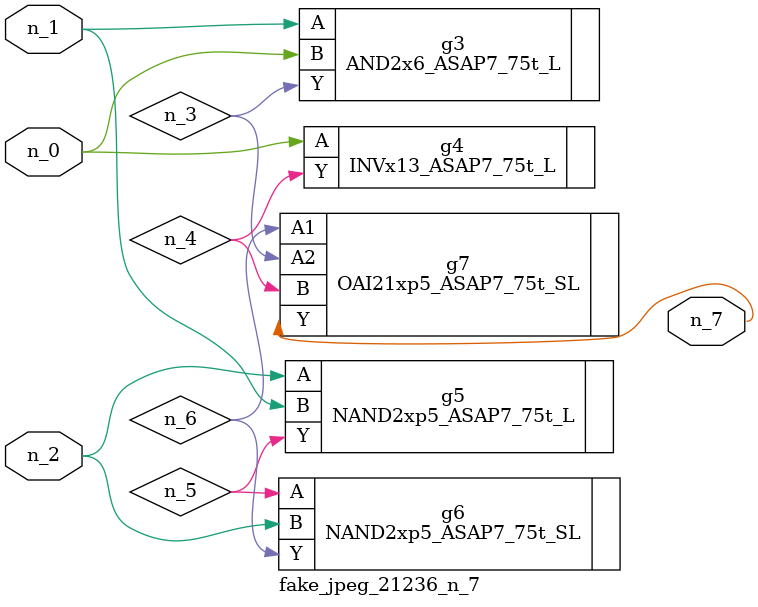
<source format=v>
module fake_jpeg_21236_n_7 (n_0, n_2, n_1, n_7);

input n_0;
input n_2;
input n_1;

output n_7;

wire n_3;
wire n_4;
wire n_6;
wire n_5;

AND2x6_ASAP7_75t_L g3 ( 
.A(n_1),
.B(n_0),
.Y(n_3)
);

INVx13_ASAP7_75t_L g4 ( 
.A(n_0),
.Y(n_4)
);

NAND2xp5_ASAP7_75t_L g5 ( 
.A(n_2),
.B(n_1),
.Y(n_5)
);

NAND2xp5_ASAP7_75t_SL g6 ( 
.A(n_5),
.B(n_2),
.Y(n_6)
);

OAI21xp5_ASAP7_75t_SL g7 ( 
.A1(n_6),
.A2(n_3),
.B(n_4),
.Y(n_7)
);


endmodule
</source>
